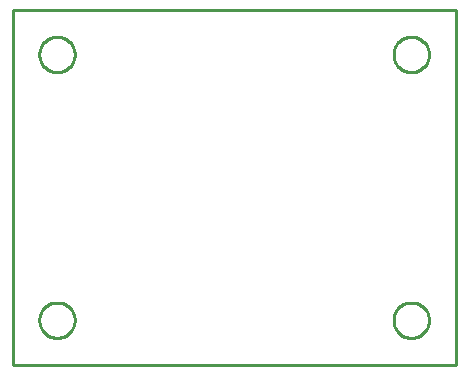
<source format=gbr>
G04 EAGLE Gerber RS-274X export*
G75*
%MOMM*%
%FSLAX34Y34*%
%LPD*%
%IN*%
%IPPOS*%
%AMOC8*
5,1,8,0,0,1.08239X$1,22.5*%
G01*
%ADD10C,0.254000*%


D10*
X0Y0D02*
X375000Y0D01*
X375000Y300000D01*
X0Y300000D01*
X0Y0D01*
X52500Y36964D02*
X52424Y35896D01*
X52271Y34835D01*
X52043Y33788D01*
X51741Y32760D01*
X51367Y31756D01*
X50922Y30781D01*
X50408Y29841D01*
X49829Y28940D01*
X49187Y28082D01*
X48485Y27272D01*
X47728Y26515D01*
X46918Y25813D01*
X46060Y25171D01*
X45159Y24592D01*
X44219Y24078D01*
X43244Y23633D01*
X42240Y23259D01*
X41212Y22957D01*
X40165Y22729D01*
X39104Y22576D01*
X38036Y22500D01*
X36964Y22500D01*
X35896Y22576D01*
X34835Y22729D01*
X33788Y22957D01*
X32760Y23259D01*
X31756Y23633D01*
X30781Y24078D01*
X29841Y24592D01*
X28940Y25171D01*
X28082Y25813D01*
X27272Y26515D01*
X26515Y27272D01*
X25813Y28082D01*
X25171Y28940D01*
X24592Y29841D01*
X24078Y30781D01*
X23633Y31756D01*
X23259Y32760D01*
X22957Y33788D01*
X22729Y34835D01*
X22576Y35896D01*
X22500Y36964D01*
X22500Y38036D01*
X22576Y39104D01*
X22729Y40165D01*
X22957Y41212D01*
X23259Y42240D01*
X23633Y43244D01*
X24078Y44219D01*
X24592Y45159D01*
X25171Y46060D01*
X25813Y46918D01*
X26515Y47728D01*
X27272Y48485D01*
X28082Y49187D01*
X28940Y49829D01*
X29841Y50408D01*
X30781Y50922D01*
X31756Y51367D01*
X32760Y51741D01*
X33788Y52043D01*
X34835Y52271D01*
X35896Y52424D01*
X36964Y52500D01*
X38036Y52500D01*
X39104Y52424D01*
X40165Y52271D01*
X41212Y52043D01*
X42240Y51741D01*
X43244Y51367D01*
X44219Y50922D01*
X45159Y50408D01*
X46060Y49829D01*
X46918Y49187D01*
X47728Y48485D01*
X48485Y47728D01*
X49187Y46918D01*
X49829Y46060D01*
X50408Y45159D01*
X50922Y44219D01*
X51367Y43244D01*
X51741Y42240D01*
X52043Y41212D01*
X52271Y40165D01*
X52424Y39104D01*
X52500Y38036D01*
X52500Y36964D01*
X352500Y36964D02*
X352424Y35896D01*
X352271Y34835D01*
X352043Y33788D01*
X351741Y32760D01*
X351367Y31756D01*
X350922Y30781D01*
X350408Y29841D01*
X349829Y28940D01*
X349187Y28082D01*
X348485Y27272D01*
X347728Y26515D01*
X346918Y25813D01*
X346060Y25171D01*
X345159Y24592D01*
X344219Y24078D01*
X343244Y23633D01*
X342240Y23259D01*
X341212Y22957D01*
X340165Y22729D01*
X339104Y22576D01*
X338036Y22500D01*
X336964Y22500D01*
X335896Y22576D01*
X334835Y22729D01*
X333788Y22957D01*
X332760Y23259D01*
X331756Y23633D01*
X330781Y24078D01*
X329841Y24592D01*
X328940Y25171D01*
X328082Y25813D01*
X327272Y26515D01*
X326515Y27272D01*
X325813Y28082D01*
X325171Y28940D01*
X324592Y29841D01*
X324078Y30781D01*
X323633Y31756D01*
X323259Y32760D01*
X322957Y33788D01*
X322729Y34835D01*
X322576Y35896D01*
X322500Y36964D01*
X322500Y38036D01*
X322576Y39104D01*
X322729Y40165D01*
X322957Y41212D01*
X323259Y42240D01*
X323633Y43244D01*
X324078Y44219D01*
X324592Y45159D01*
X325171Y46060D01*
X325813Y46918D01*
X326515Y47728D01*
X327272Y48485D01*
X328082Y49187D01*
X328940Y49829D01*
X329841Y50408D01*
X330781Y50922D01*
X331756Y51367D01*
X332760Y51741D01*
X333788Y52043D01*
X334835Y52271D01*
X335896Y52424D01*
X336964Y52500D01*
X338036Y52500D01*
X339104Y52424D01*
X340165Y52271D01*
X341212Y52043D01*
X342240Y51741D01*
X343244Y51367D01*
X344219Y50922D01*
X345159Y50408D01*
X346060Y49829D01*
X346918Y49187D01*
X347728Y48485D01*
X348485Y47728D01*
X349187Y46918D01*
X349829Y46060D01*
X350408Y45159D01*
X350922Y44219D01*
X351367Y43244D01*
X351741Y42240D01*
X352043Y41212D01*
X352271Y40165D01*
X352424Y39104D01*
X352500Y38036D01*
X352500Y36964D01*
X52500Y261964D02*
X52424Y260896D01*
X52271Y259835D01*
X52043Y258788D01*
X51741Y257760D01*
X51367Y256756D01*
X50922Y255781D01*
X50408Y254841D01*
X49829Y253940D01*
X49187Y253082D01*
X48485Y252272D01*
X47728Y251515D01*
X46918Y250813D01*
X46060Y250171D01*
X45159Y249592D01*
X44219Y249078D01*
X43244Y248633D01*
X42240Y248259D01*
X41212Y247957D01*
X40165Y247729D01*
X39104Y247576D01*
X38036Y247500D01*
X36964Y247500D01*
X35896Y247576D01*
X34835Y247729D01*
X33788Y247957D01*
X32760Y248259D01*
X31756Y248633D01*
X30781Y249078D01*
X29841Y249592D01*
X28940Y250171D01*
X28082Y250813D01*
X27272Y251515D01*
X26515Y252272D01*
X25813Y253082D01*
X25171Y253940D01*
X24592Y254841D01*
X24078Y255781D01*
X23633Y256756D01*
X23259Y257760D01*
X22957Y258788D01*
X22729Y259835D01*
X22576Y260896D01*
X22500Y261964D01*
X22500Y263036D01*
X22576Y264104D01*
X22729Y265165D01*
X22957Y266212D01*
X23259Y267240D01*
X23633Y268244D01*
X24078Y269219D01*
X24592Y270159D01*
X25171Y271060D01*
X25813Y271918D01*
X26515Y272728D01*
X27272Y273485D01*
X28082Y274187D01*
X28940Y274829D01*
X29841Y275408D01*
X30781Y275922D01*
X31756Y276367D01*
X32760Y276741D01*
X33788Y277043D01*
X34835Y277271D01*
X35896Y277424D01*
X36964Y277500D01*
X38036Y277500D01*
X39104Y277424D01*
X40165Y277271D01*
X41212Y277043D01*
X42240Y276741D01*
X43244Y276367D01*
X44219Y275922D01*
X45159Y275408D01*
X46060Y274829D01*
X46918Y274187D01*
X47728Y273485D01*
X48485Y272728D01*
X49187Y271918D01*
X49829Y271060D01*
X50408Y270159D01*
X50922Y269219D01*
X51367Y268244D01*
X51741Y267240D01*
X52043Y266212D01*
X52271Y265165D01*
X52424Y264104D01*
X52500Y263036D01*
X52500Y261964D01*
X352500Y261964D02*
X352424Y260896D01*
X352271Y259835D01*
X352043Y258788D01*
X351741Y257760D01*
X351367Y256756D01*
X350922Y255781D01*
X350408Y254841D01*
X349829Y253940D01*
X349187Y253082D01*
X348485Y252272D01*
X347728Y251515D01*
X346918Y250813D01*
X346060Y250171D01*
X345159Y249592D01*
X344219Y249078D01*
X343244Y248633D01*
X342240Y248259D01*
X341212Y247957D01*
X340165Y247729D01*
X339104Y247576D01*
X338036Y247500D01*
X336964Y247500D01*
X335896Y247576D01*
X334835Y247729D01*
X333788Y247957D01*
X332760Y248259D01*
X331756Y248633D01*
X330781Y249078D01*
X329841Y249592D01*
X328940Y250171D01*
X328082Y250813D01*
X327272Y251515D01*
X326515Y252272D01*
X325813Y253082D01*
X325171Y253940D01*
X324592Y254841D01*
X324078Y255781D01*
X323633Y256756D01*
X323259Y257760D01*
X322957Y258788D01*
X322729Y259835D01*
X322576Y260896D01*
X322500Y261964D01*
X322500Y263036D01*
X322576Y264104D01*
X322729Y265165D01*
X322957Y266212D01*
X323259Y267240D01*
X323633Y268244D01*
X324078Y269219D01*
X324592Y270159D01*
X325171Y271060D01*
X325813Y271918D01*
X326515Y272728D01*
X327272Y273485D01*
X328082Y274187D01*
X328940Y274829D01*
X329841Y275408D01*
X330781Y275922D01*
X331756Y276367D01*
X332760Y276741D01*
X333788Y277043D01*
X334835Y277271D01*
X335896Y277424D01*
X336964Y277500D01*
X338036Y277500D01*
X339104Y277424D01*
X340165Y277271D01*
X341212Y277043D01*
X342240Y276741D01*
X343244Y276367D01*
X344219Y275922D01*
X345159Y275408D01*
X346060Y274829D01*
X346918Y274187D01*
X347728Y273485D01*
X348485Y272728D01*
X349187Y271918D01*
X349829Y271060D01*
X350408Y270159D01*
X350922Y269219D01*
X351367Y268244D01*
X351741Y267240D01*
X352043Y266212D01*
X352271Y265165D01*
X352424Y264104D01*
X352500Y263036D01*
X352500Y261964D01*
M02*

</source>
